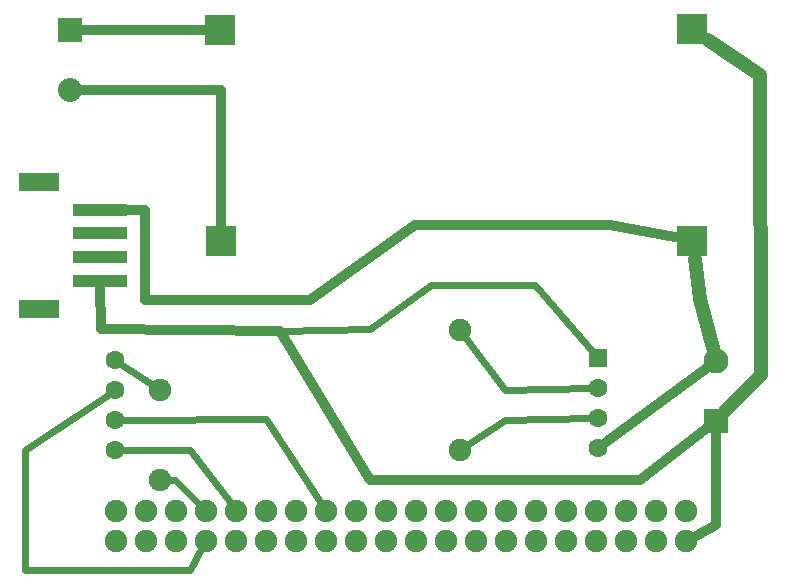
<source format=gtl>
G04 MADE WITH FRITZING*
G04 WWW.FRITZING.ORG*
G04 DOUBLE SIDED*
G04 HOLES PLATED*
G04 CONTOUR ON CENTER OF CONTOUR VECTOR*
%ASAXBY*%
%FSLAX23Y23*%
%MOIN*%
%OFA0B0*%
%SFA1.0B1.0*%
%ADD10C,0.078000*%
%ADD11C,0.075000*%
%ADD12C,0.075361*%
%ADD13C,0.083307*%
%ADD14C,0.080000*%
%ADD15C,0.062992*%
%ADD16R,0.101895X0.101895*%
%ADD17R,0.181102X0.039370*%
%ADD18R,0.133858X0.062992*%
%ADD19R,0.083307X0.083307*%
%ADD20R,0.080000X0.080000*%
%ADD21R,0.062992X0.062992*%
%ADD22C,0.032000*%
%ADD23C,0.024000*%
%ADD24C,0.048000*%
%LNCOPPER1*%
G90*
G70*
G54D10*
X2274Y1838D03*
X2274Y1132D03*
X702Y1132D03*
X701Y1834D03*
X2274Y1838D03*
X2274Y1132D03*
X702Y1132D03*
X701Y1834D03*
G54D11*
X501Y634D03*
X501Y334D03*
G54D12*
X354Y131D03*
X454Y131D03*
X554Y131D03*
X654Y131D03*
X754Y131D03*
X854Y131D03*
X954Y131D03*
X1054Y131D03*
X1154Y131D03*
X1254Y131D03*
X1354Y131D03*
X1454Y131D03*
X1554Y131D03*
X1654Y131D03*
X1754Y131D03*
X1854Y131D03*
X1954Y131D03*
X2054Y131D03*
X2154Y131D03*
X2254Y131D03*
X2254Y231D03*
X2154Y231D03*
X2054Y231D03*
X1954Y231D03*
X1854Y231D03*
X1754Y231D03*
X1654Y231D03*
X1554Y231D03*
X1454Y231D03*
X1354Y231D03*
X1254Y231D03*
X1154Y231D03*
X1054Y231D03*
X954Y231D03*
X854Y231D03*
X754Y231D03*
X654Y231D03*
X554Y231D03*
X454Y231D03*
X354Y231D03*
G54D11*
X1501Y434D03*
X1501Y834D03*
G54D13*
X2354Y531D03*
X2354Y731D03*
X2354Y531D03*
X2354Y731D03*
G54D14*
X201Y1834D03*
X201Y1634D03*
X201Y1834D03*
X201Y1634D03*
G54D15*
X351Y734D03*
X351Y634D03*
X351Y534D03*
X351Y434D03*
X1961Y742D03*
X1961Y642D03*
X1961Y542D03*
X1961Y442D03*
X351Y734D03*
X351Y634D03*
X351Y534D03*
X351Y434D03*
X1961Y742D03*
X1961Y642D03*
X1961Y542D03*
X1961Y442D03*
X351Y734D03*
X351Y634D03*
X351Y534D03*
X351Y434D03*
X1961Y742D03*
X1961Y642D03*
X1961Y542D03*
X1961Y442D03*
G54D16*
X702Y1132D03*
X2274Y1132D03*
X702Y1132D03*
X2274Y1838D03*
X701Y1834D03*
X702Y1132D03*
X2274Y1132D03*
X702Y1132D03*
X2274Y1838D03*
X701Y1834D03*
G54D17*
X301Y998D03*
X301Y1077D03*
X301Y1156D03*
X301Y1234D03*
G54D18*
X96Y904D03*
X96Y1329D03*
G54D19*
X2354Y531D03*
X2354Y531D03*
G54D20*
X201Y1834D03*
X201Y1834D03*
G54D21*
X1961Y742D03*
X1961Y742D03*
X1961Y742D03*
G54D22*
X1351Y1185D02*
X1000Y934D01*
D02*
X1000Y934D02*
X451Y934D01*
D02*
X2001Y1183D02*
X1351Y1185D01*
D02*
X451Y1235D02*
X386Y1235D01*
D02*
X451Y934D02*
X451Y1235D01*
G54D23*
D02*
X50Y35D02*
X50Y433D01*
D02*
X50Y433D02*
X328Y619D01*
G54D22*
D02*
X702Y1634D02*
X702Y1189D01*
D02*
X237Y1634D02*
X702Y1634D01*
G54D23*
D02*
X638Y104D02*
X599Y33D01*
D02*
X599Y33D02*
X50Y35D01*
G54D22*
D02*
X2218Y1143D02*
X2001Y1183D01*
G54D23*
D02*
X1935Y641D02*
X1651Y635D01*
D02*
X1651Y635D02*
X1518Y811D01*
D02*
X1935Y541D02*
X1650Y534D01*
D02*
X1650Y534D02*
X1524Y450D01*
D02*
X735Y256D02*
X601Y434D01*
D02*
X601Y434D02*
X377Y434D01*
D02*
X1036Y257D02*
X852Y536D01*
D02*
X852Y536D02*
X377Y534D01*
G54D22*
D02*
X2352Y184D02*
X2286Y149D01*
G54D23*
D02*
X631Y253D02*
X550Y334D01*
D02*
X550Y334D02*
X529Y334D01*
D02*
X477Y650D02*
X373Y719D01*
G54D22*
D02*
X450Y1834D02*
X237Y1834D01*
D02*
X643Y1834D02*
X450Y1834D01*
D02*
X2323Y708D02*
X1988Y461D01*
G54D24*
D02*
X2343Y774D02*
X2301Y936D01*
D02*
X2301Y936D02*
X2283Y1070D01*
D02*
X2501Y1684D02*
X2502Y683D01*
D02*
X2502Y683D02*
X2384Y563D01*
D02*
X2326Y1802D02*
X2501Y1684D01*
G54D22*
D02*
X2353Y493D02*
X2352Y184D01*
G54D23*
D02*
X1751Y985D02*
X1944Y762D01*
D02*
X1199Y836D02*
X1402Y985D01*
D02*
X1402Y985D02*
X1751Y985D01*
D02*
X901Y830D02*
X1199Y836D01*
G54D22*
D02*
X2100Y335D02*
X2323Y508D01*
D02*
X1199Y335D02*
X2100Y335D01*
D02*
X901Y830D02*
X1199Y335D01*
D02*
X302Y836D02*
X901Y830D01*
D02*
X301Y984D02*
X302Y836D01*
G04 End of Copper1*
M02*
</source>
